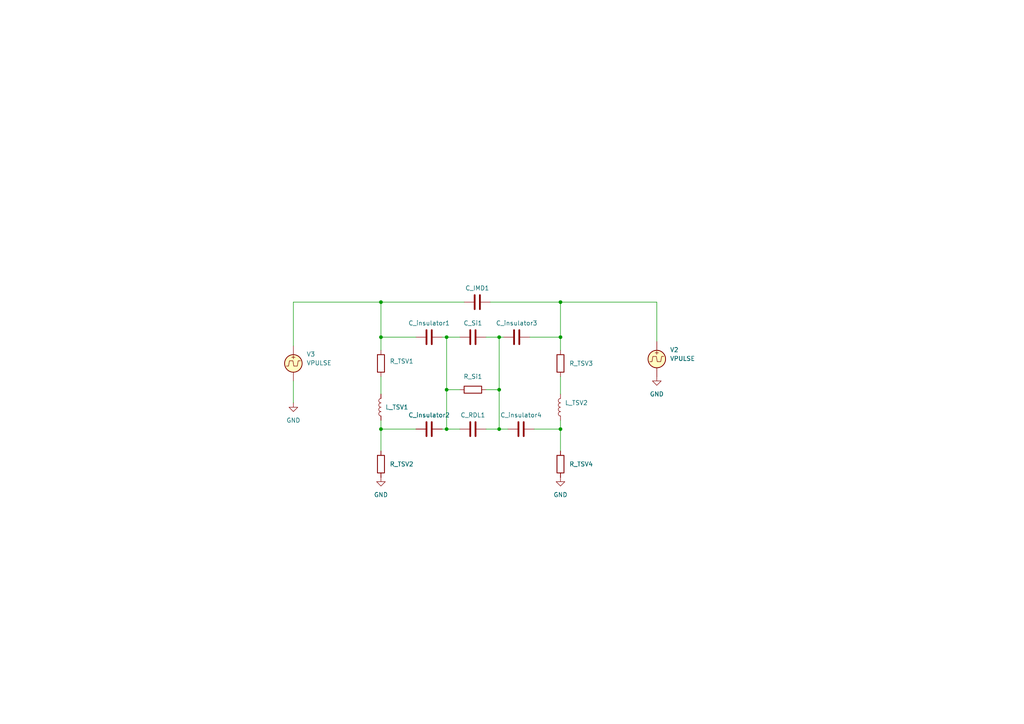
<source format=kicad_sch>
(kicad_sch (version 20231120) (generator "eeschema") (generator_version "8.0")
  (paper "A4")
  (lib_symbols
    (symbol "Device:C" (pin_numbers hide) (pin_names (offset 0.254))
      (property "Reference" "C" (at 0.635 2.54 0))
      (property "Value" "C" (at 0.635 -2.54 0))
      (symbol "C_0_1"
        (polyline (pts (xy -2.032 -0.762) (xy 2.032 -0.762)) (stroke (width 0.508)))
        (polyline (pts (xy -2.032 0.762) (xy 2.032 0.762)) (stroke (width 0.508)))
      )
      (symbol "C_1_1"
        (pin passive line (at 0 3.81 270) (length 2.794) (name "~") (number "1"))
        (pin passive line (at 0 -3.81 90) (length 2.794) (name "~") (number "2"))
      )
    )
    (symbol "Device:L" (pin_numbers hide) (pin_names (offset 1.016) hide)
      (property "Reference" "L" (at -1.27 0 90))
      (property "Value" "L" (at 1.905 0 90))
      (symbol "L_0_1"
        (arc (start 0 -2.54) (mid 0.6323 -1.905) (end 0 -1.27))
        (arc (start 0 -1.27) (mid 0.6323 -0.635) (end 0 0))
        (arc (start 0 0) (mid 0.6323 0.635) (end 0 1.27))
        (arc (start 0 1.27) (mid 0.6323 1.905) (end 0 2.54))
      )
      (symbol "L_1_1"
        (pin passive line (at 0 3.81 270) (length 1.27) (name "1") (number "1"))
        (pin passive line (at 0 -3.81 90) (length 1.27) (name "2") (number "2"))
      )
    )
    (symbol "Device:R" (pin_numbers hide) (pin_names (offset 0))
      (property "Reference" "R" (at 2.032 0 90))
      (property "Value" "R" (at 0 0 90))
      (symbol "R_0_1"
        (rectangle (start -1.016 -2.54) (end 1.016 2.54) (stroke (width 0.254)))
      )
      (symbol "R_1_1"
        (pin passive line (at 0 3.81 270) (length 1.27) (name "~") (number "1"))
        (pin passive line (at 0 -3.81 90) (length 1.27) (name "~") (number "2"))
      )
    )
    (symbol "Simulation_SPICE:VPULSE" (pin_numbers hide) (pin_names (offset 0.0254))
      (property "Reference" "V" (at 2.54 2.54 0))
      (property "Value" "VPULSE" (at 2.54 0 0))
      (property "Sim.Params" "y1=0 y2=1 td=2n tr=2n tf=2n tw=50n per=100n" (at 2.54 -2.54 0))
      (symbol "VPULSE_0_0"
        (polyline (pts (xy -2.032 -0.762) (xy -1.397 -0.762) (xy -1.143 0.762) (xy -0.127 0.762) (xy 0.127 -0.762) (xy 1.143 -0.762) (xy 1.397 0.762) (xy 2.032 0.762)))
        (text "+" (at 0 1.905 0) (effects (font (size 1.27 1.27))))
      )
      (symbol "VPULSE_0_1"
        (circle (center 0 0) (radius 2.54) (stroke (width 0.254)) (fill (type background)))
      )
      (symbol "VPULSE_1_1"
        (pin passive line (at 0 5.08 270) (length 2.54) (name "~") (number "1"))
        (pin passive line (at 0 -5.08 90) (length 2.54) (name "~") (number "2"))
      )
    )
    (symbol "power:GND" (power) (pin_numbers hide) (pin_names (offset 0) hide)
      (property "Value" "GND" (at 0 -3.81 0))
      (symbol "GND_0_1"
        (polyline (pts (xy 0 0) (xy 0 -1.27) (xy 1.27 -1.27) (xy 0 -2.54) (xy -1.27 -1.27) (xy 0 -1.27)))
      )
      (symbol "GND_1_1"
        (pin power_in line (at 0 0 270) (length 0) (name "~") (number "1"))
      )
    )
  )
  (junction (at 110.49 97.79))
  (junction (at 129.54 124.46))
  (junction (at 129.54 97.79))
  (junction (at 162.56 97.79))
  (junction (at 129.54 113.03))
  (junction (at 110.49 87.63))
  (junction (at 144.78 124.46))
  (junction (at 144.78 97.79))
  (junction (at 162.56 124.46))
  (junction (at 162.56 87.63))
  (junction (at 144.78 113.03))
  (junction (at 110.49 124.46))
  (wire (pts (xy 144.78 113.03) (xy 144.78 124.46)))
  (wire (pts (xy 162.56 121.92) (xy 162.56 124.46)))
  (wire (pts (xy 129.54 113.03) (xy 133.35 113.03)))
  (wire (pts (xy 140.97 124.46) (xy 144.78 124.46)))
  (wire (pts (xy 144.78 124.46) (xy 147.32 124.46)))
  (wire (pts (xy 110.49 124.46) (xy 120.65 124.46)))
  (wire (pts (xy 129.54 97.79) (xy 133.35 97.79)))
  (wire (pts (xy 110.49 121.92) (xy 110.49 124.46)))
  (wire (pts (xy 140.97 113.03) (xy 144.78 113.03)))
  (wire (pts (xy 128.27 97.79) (xy 129.54 97.79)))
  (wire (pts (xy 110.49 97.79) (xy 110.49 101.6)))
  (wire (pts (xy 110.49 87.63) (xy 134.62 87.63)))
  (wire (pts (xy 162.56 87.63) (xy 162.56 97.79)))
  (wire (pts (xy 85.09 87.63) (xy 110.49 87.63)))
  (wire (pts (xy 85.09 87.63) (xy 85.09 100.33)))
  (wire (pts (xy 110.49 97.79) (xy 120.65 97.79)))
  (wire (pts (xy 162.56 97.79) (xy 162.56 101.6)))
  (wire (pts (xy 154.94 124.46) (xy 162.56 124.46)))
  (wire (pts (xy 110.49 87.63) (xy 110.49 97.79)))
  (wire (pts (xy 129.54 124.46) (xy 133.35 124.46)))
  (wire (pts (xy 162.56 109.22) (xy 162.56 114.3)))
  (wire (pts (xy 153.67 97.79) (xy 162.56 97.79)))
  (wire (pts (xy 142.24 87.63) (xy 162.56 87.63)))
  (wire (pts (xy 144.78 97.79) (xy 144.78 113.03)))
  (wire (pts (xy 140.97 97.79) (xy 144.78 97.79)))
  (wire (pts (xy 190.5 99.06) (xy 190.5 87.63)))
  (wire (pts (xy 129.54 97.79) (xy 129.54 113.03)))
  (wire (pts (xy 144.78 97.79) (xy 146.05 97.79)))
  (wire (pts (xy 190.5 87.63) (xy 162.56 87.63)))
  (wire (pts (xy 128.27 124.46) (xy 129.54 124.46)))
  (wire (pts (xy 110.49 124.46) (xy 110.49 130.81)))
  (wire (pts (xy 85.09 110.49) (xy 85.09 116.84)))
  (wire (pts (xy 162.56 124.46) (xy 162.56 130.81)))
  (wire (pts (xy 129.54 113.03) (xy 129.54 124.46)))
  (wire (pts (xy 110.49 109.22) (xy 110.49 114.3)))
  (symbol (lib_id "Device:C") (at 124.46 124.46 90) (unit 1)
    (property "Reference" "C_insulator2" (at 124.46 120.396 90))
    (property "Value" "1.6434346462447773e-13" (effects (hide yes)))
    (property "Description" "Unpolarized capacitor" (effects (hide yes)))
  )
  (symbol (lib_id "Device:C") (at 151.13 124.46 90) (unit 1)
    (property "Reference" "C_insulator4" (at 151.13 120.396 90))
    (property "Value" "1.6434346462447773e-13" (effects (hide yes)))
    (property "Description" "Unpolarized capacitor" (effects (hide yes)))
  )
  (symbol (lib_id "Device:C") (at 138.43 87.63 90) (unit 1)
    (property "Reference" "C_IMD1" (at 138.43 83.566 90))
    (property "Value" "4.1186236681278177e-16" (effects (hide yes)))
    (property "Description" "Unpolarized capacitor" (effects (hide yes)))
    (property "Sim.Device" "C" (effects (hide yes)))
    (property "Sim.Pins" "1=+ 2=-" (effects (hide yes)))
  )
  (symbol (lib_id "power:GND") (at 85.09 116.84 0) (unit 1)
    (property "Reference" "#PWR01" (effects (hide yes)))
    (property "Value" "GND" (at 85.09 121.92 0))
    (property "Description" "Power symbol creates a global label with name \"GND\" , ground" (effects (hide yes)))
  )
  (symbol (lib_id "Device:C") (at 137.16 124.46 90) (unit 1)
    (property "Reference" "C_RDL1" (at 137.16 120.396 90))
    (property "Value" "2.7944316978875062e-16" (effects (hide yes)))
    (property "Description" "Unpolarized capacitor" (effects (hide yes)))
  )
  (symbol (lib_id "power:GND") (at 190.5 109.22 0) (unit 1)
    (property "Reference" "#PWR04" (effects (hide yes)))
    (property "Value" "GND" (at 190.5 114.3 0))
    (property "Description" "Power symbol creates a global label with name \"GND\" , ground" (effects (hide yes)))
  )
  (symbol (lib_id "Device:R") (at 137.16 113.03 90) (unit 1)
    (property "Reference" "R_Si1" (at 137.16 109.22 90))
    (property "Value" "27187.967252584338" (effects (hide yes)))
    (property "Description" "Resistor" (effects (hide yes)))
  )
  (symbol (lib_id "power:GND") (at 110.49 138.43 0) (unit 1)
    (property "Reference" "#PWR02" (effects (hide yes)))
    (property "Value" "GND" (at 110.49 143.51 0))
    (property "Description" "Power symbol creates a global label with name \"GND\" , ground" (effects (hide yes)))
  )
  (symbol (lib_id "power:GND") (at 162.56 138.43 0) (unit 1)
    (property "Reference" "#PWR03" (effects (hide yes)))
    (property "Value" "GND" (at 162.56 143.51 0))
    (property "Description" "Power symbol creates a global label with name \"GND\" , ground" (effects (hide yes)))
  )
  (symbol (lib_id "Device:R") (at 162.56 134.62 0) (unit 1)
    (property "Reference" "R_TSV4" (at 165.1 134.6199 0) (effects (justify left)))
    (property "Value" "0.03" (effects (hide yes)))
    (property "Description" "Resistor" (effects (hide yes)))
    (property "Sim.Device" "R" (effects (hide yes)))
    (property "Sim.Pins" "1=+ 2=-" (effects (hide yes)))
  )
  (symbol (lib_id "Device:R") (at 110.49 134.62 0) (unit 1)
    (property "Reference" "R_TSV2" (at 113.03 134.6199 0) (effects (justify left)))
    (property "Value" "0.03" (effects (hide yes)))
    (property "Description" "Resistor" (effects (hide yes)))
    (property "Sim.Device" "R" (effects (hide yes)))
    (property "Sim.Pins" "1=+ 2=-" (effects (hide yes)))
  )
  (symbol (lib_id "Device:R") (at 110.49 105.41 0) (unit 1)
    (property "Reference" "R_TSV1" (at 113.03 104.7749 0) (effects (justify left)))
    (property "Value" "0.003472816988663485" (effects (hide yes)))
    (property "Description" "Resistor" (effects (hide yes)))
  )
  (symbol (lib_id "Simulation_SPICE:VPULSE") (at 190.5 104.14 0) (unit 1)
    (property "Reference" "V2" (at 194.31 101.4701 0) (effects (justify left)))
    (property "Value" "VPULSE" (at 194.31 104.0101 0) (effects (justify left)))
    (property "Datasheet" "https://ngspice.sourceforge.io/docs/ngspice-html-manual/manual.xhtml#sec_Independent_Sources_for" (effects (hide yes)))
    (property "Description" "Voltage source, pulse" (effects (hide yes)))
    (property "Sim.Pins" "1=+ 2=-" (effects (hide yes)))
    (property "Sim.Type" "PULSE" (effects (hide yes)))
    (property "Sim.Device" "V" (effects (hide yes)))
    (property "Sim.Params" "y1=0 y2=1.8 td=0n tr=0n tf=0n tw=6.25n per=12.5n" (effects (hide yes)))
  )
  (symbol (lib_id "Device:R") (at 162.56 105.41 0) (unit 1)
    (property "Reference" "R_TSV3" (at 165.1 105.4099 0) (effects (justify left)))
    (property "Value" "0.003472816988663485" (effects (hide yes)))
    (property "Description" "Resistor" (effects (hide yes)))
  )
  (symbol (lib_id "Simulation_SPICE:VPULSE") (at 85.09 105.41 0) (unit 1)
    (property "Reference" "V3" (at 88.9 102.7401 0) (effects (justify left)))
    (property "Value" "VPULSE" (at 88.9 105.2801 0) (effects (justify left)))
    (property "Datasheet" "https://ngspice.sourceforge.io/docs/ngspice-html-manual/manual.xhtml#sec_Independent_Sources_for" (effects (hide yes)))
    (property "Description" "Voltage source, pulse" (effects (hide yes)))
    (property "Sim.Pins" "1=+ 2=-" (effects (hide yes)))
    (property "Sim.Type" "PULSE" (effects (hide yes)))
    (property "Sim.Device" "V" (effects (hide yes)))
    (property "Sim.Params" "y1=0 y2=1.8 td=0n tr=0n tf=0n tw=6.25n per=12.5n" (effects (hide yes)))
  )
  (symbol (lib_id "Device:C") (at 124.46 97.79 90) (unit 1)
    (property "Reference" "C_insulator1" (at 124.46 93.726 90))
    (property "Value" "1.6434346462447773e-13" (effects (hide yes)))
    (property "Description" "Unpolarized capacitor" (effects (hide yes)))
  )
  (symbol (lib_id "Device:C") (at 149.86 97.79 90) (unit 1)
    (property "Reference" "C_insulator3" (at 149.86 93.726 90))
    (property "Value" "1.6434346462447773e-13" (effects (hide yes)))
    (property "Description" "Unpolarized capacitor" (effects (hide yes)))
  )
  (symbol (lib_id "Device:L") (at 162.56 118.11 180) (unit 1)
    (property "Reference" "L_TSV2" (at 163.83 116.8399 0) (effects (justify right)))
    (property "Value" "6.1924213112002544e-12" (effects (hide yes)))
    (property "Description" "Inductor" (effects (hide yes)))
  )
  (symbol (lib_id "Device:C") (at 137.16 97.79 90) (unit 1)
    (property "Reference" "C_Si1" (at 137.16 93.726 90))
    (property "Value" "1.2789898924946664e-15" (effects (hide yes)))
    (property "Description" "Unpolarized capacitor" (effects (hide yes)))
  )
  (symbol (lib_id "Device:L") (at 110.49 118.11 180) (unit 1)
    (property "Reference" "L_TSV1" (at 111.76 118.1099 0) (effects (justify right)))
    (property "Value" "6.1924213112002544e-12" (effects (hide yes)))
    (property "Description" "Inductor" (effects (hide yes)))
  )
)
</source>
